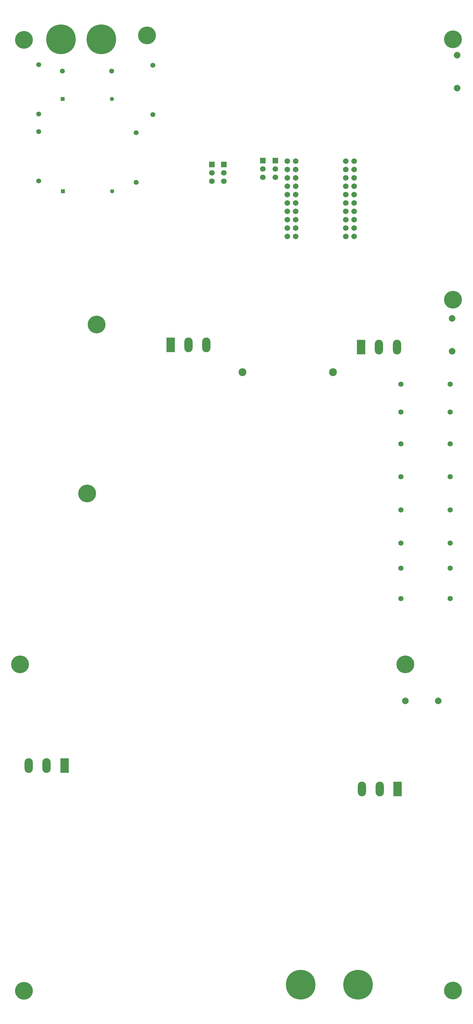
<source format=gbs>
G04 #@! TF.GenerationSoftware,KiCad,Pcbnew,9.0.3*
G04 #@! TF.CreationDate,2025-10-06T17:39:24+02:00*
G04 #@! TF.ProjectId,LLC_DCDC_V3,4c4c435f-4443-4444-935f-56332e6b6963,rev?*
G04 #@! TF.SameCoordinates,Original*
G04 #@! TF.FileFunction,Soldermask,Bot*
G04 #@! TF.FilePolarity,Negative*
%FSLAX46Y46*%
G04 Gerber Fmt 4.6, Leading zero omitted, Abs format (unit mm)*
G04 Created by KiCad (PCBNEW 9.0.3) date 2025-10-06 17:39:24*
%MOMM*%
%LPD*%
G01*
G04 APERTURE LIST*
%ADD10C,0.800000*%
%ADD11C,5.400000*%
%ADD12R,2.500000X4.500000*%
%ADD13O,2.500000X4.500000*%
%ADD14C,1.604000*%
%ADD15R,1.700000X1.700000*%
%ADD16C,1.700000*%
%ADD17C,1.500000*%
%ADD18R,1.300000X1.300000*%
%ADD19C,1.300000*%
%ADD20C,0.900000*%
%ADD21C,9.000000*%
%ADD22C,2.400000*%
%ADD23C,2.000000*%
%ADD24C,1.712000*%
G04 APERTURE END LIST*
D10*
X80598109Y-56443109D03*
X80598109Y-59306891D03*
X82030000Y-55850000D03*
D11*
X82030000Y-57875000D03*
X82030000Y-57875000D03*
D10*
X82030000Y-59900000D03*
X83461891Y-56443109D03*
X83461891Y-59306891D03*
X84055000Y-57875000D03*
X117425000Y-56465000D03*
X118018109Y-55033109D03*
X118018109Y-57896891D03*
X119450000Y-54440000D03*
D11*
X119450000Y-56465000D03*
D10*
X119450000Y-58490000D03*
X120881891Y-55033109D03*
X120881891Y-57896891D03*
X121475000Y-56465000D03*
D12*
X184540000Y-151165000D03*
D13*
X189990000Y-151165000D03*
X195440000Y-151165000D03*
D14*
X196670000Y-210655000D03*
X211670000Y-210655000D03*
D15*
X139190000Y-95712500D03*
D16*
X139190000Y-98252500D03*
X139190000Y-100792500D03*
D17*
X116170000Y-101075000D03*
X116170000Y-86075000D03*
D10*
X210485000Y-57645000D03*
X211078109Y-56213109D03*
X211078109Y-59076891D03*
X212510000Y-55620000D03*
D11*
X212510000Y-57645000D03*
D10*
X212510000Y-59670000D03*
X213941891Y-56213109D03*
X213941891Y-59076891D03*
X214535000Y-57645000D03*
D14*
X196670000Y-170845000D03*
X211670000Y-170845000D03*
X196670000Y-190555000D03*
X211670000Y-190555000D03*
D12*
X195675000Y-285335000D03*
D13*
X190225000Y-285335000D03*
X184775000Y-285335000D03*
D14*
X196670000Y-200605000D03*
X211670000Y-200605000D03*
D18*
X93800000Y-75785000D03*
D19*
X108800000Y-75785000D03*
D10*
X195975000Y-247460000D03*
X196568109Y-246028109D03*
X196568109Y-248891891D03*
X198000000Y-245435000D03*
D11*
X198000000Y-247460000D03*
D10*
X198000000Y-249485000D03*
X199431891Y-246028109D03*
X199431891Y-248891891D03*
X200025000Y-247460000D03*
D17*
X93670000Y-67345000D03*
X108670000Y-67345000D03*
D15*
X154710000Y-94492500D03*
D16*
X154710000Y-97032500D03*
X154710000Y-99572500D03*
D20*
X89903000Y-57660000D03*
X90891515Y-55273515D03*
X90891515Y-60046485D03*
X93278000Y-54285000D03*
D21*
X93278000Y-57660000D03*
D20*
X93278000Y-61035000D03*
X95664485Y-55273515D03*
X95664485Y-60046485D03*
X96653000Y-57660000D03*
D14*
X196670000Y-227505000D03*
X211670000Y-227505000D03*
X196670000Y-162385000D03*
X211670000Y-162385000D03*
D22*
X148530000Y-158795000D03*
X176030000Y-158795000D03*
D23*
X212210000Y-142455000D03*
X212210000Y-152455000D03*
D10*
X79990000Y-346615000D03*
X80583109Y-345183109D03*
X80583109Y-348046891D03*
X82015000Y-344590000D03*
D11*
X82015000Y-346615000D03*
D10*
X82015000Y-348640000D03*
X83446891Y-345183109D03*
X83446891Y-348046891D03*
X84040000Y-346615000D03*
X102065000Y-144250000D03*
X102658109Y-142818109D03*
X102658109Y-145681891D03*
X104090000Y-142225000D03*
D11*
X104090000Y-144250000D03*
D10*
X104090000Y-146275000D03*
X105521891Y-142818109D03*
X105521891Y-145681891D03*
X106115000Y-144250000D03*
D12*
X126610000Y-150475000D03*
D13*
X132060000Y-150475000D03*
X137510000Y-150475000D03*
D23*
X213770000Y-62495000D03*
X213770000Y-72495000D03*
D17*
X121200000Y-65515000D03*
X121200000Y-80515000D03*
D20*
X180241485Y-344791485D03*
X181230000Y-342405000D03*
X181230000Y-347177970D03*
X183616485Y-341416485D03*
D21*
X183616485Y-344791485D03*
D20*
X183616485Y-348166485D03*
X186002970Y-342405000D03*
X186002970Y-347177970D03*
X186991485Y-344791485D03*
D12*
X94370000Y-278265000D03*
D13*
X88920000Y-278265000D03*
X83470000Y-278265000D03*
D10*
X210485000Y-136775000D03*
X211078109Y-135343109D03*
X211078109Y-138206891D03*
X212510000Y-134750000D03*
D11*
X212510000Y-136775000D03*
D10*
X212510000Y-138800000D03*
X213941891Y-135343109D03*
X213941891Y-138206891D03*
X214535000Y-136775000D03*
D17*
X86474000Y-85727000D03*
X86474000Y-100727000D03*
D10*
X78845000Y-247460000D03*
X79438109Y-246028109D03*
X79438109Y-248891891D03*
X80870000Y-245435000D03*
D11*
X80870000Y-247460000D03*
D10*
X80870000Y-249485000D03*
X82301891Y-246028109D03*
X82301891Y-248891891D03*
X82895000Y-247460000D03*
D18*
X93890000Y-103785000D03*
D19*
X108890000Y-103785000D03*
D24*
X162150000Y-94635000D03*
X162150000Y-97175000D03*
X162150000Y-99715000D03*
X162150000Y-102255000D03*
X162150000Y-104795000D03*
X162150000Y-107335000D03*
X162150000Y-109875000D03*
X162150000Y-112415000D03*
X162150000Y-114955000D03*
X162150000Y-117495000D03*
X164690000Y-94635000D03*
X164690000Y-97175000D03*
X164690000Y-99715000D03*
X164690000Y-102255000D03*
X164690000Y-104795000D03*
X164690000Y-107335000D03*
X164690000Y-109875000D03*
X164690000Y-112415000D03*
X164690000Y-114955000D03*
X164690000Y-117495000D03*
X179930000Y-94635000D03*
X179930000Y-97175000D03*
X179930000Y-99715000D03*
X179930000Y-102255000D03*
X179930000Y-104795000D03*
X179930000Y-107335000D03*
X179930000Y-109875000D03*
X179930000Y-112415000D03*
X179930000Y-114955000D03*
X179930000Y-117495000D03*
X182470000Y-94635000D03*
X182470000Y-97175000D03*
X182470000Y-99715000D03*
X182470000Y-102255000D03*
X182470000Y-104795000D03*
X182470000Y-107335000D03*
X182470000Y-109875000D03*
X182470000Y-112415000D03*
X182470000Y-114955000D03*
X182470000Y-117495000D03*
D14*
X196670000Y-180505000D03*
X211670000Y-180505000D03*
D10*
X99256891Y-195635000D03*
X99850000Y-194203109D03*
X99850000Y-197066891D03*
X101281891Y-193610000D03*
D11*
X101281891Y-195635000D03*
D10*
X101281891Y-197660000D03*
X102713782Y-194203109D03*
X102713782Y-197066891D03*
X103306891Y-195635000D03*
D20*
X102149000Y-57660000D03*
X103137515Y-55273515D03*
X103137515Y-60046485D03*
X105524000Y-54285000D03*
D21*
X105524000Y-57660000D03*
D20*
X105524000Y-61035000D03*
X107910485Y-55273515D03*
X107910485Y-60046485D03*
X108899000Y-57660000D03*
D17*
X86474000Y-80400000D03*
X86474000Y-65400000D03*
D20*
X162791485Y-344791485D03*
X163780000Y-342405000D03*
X163780000Y-347177970D03*
X166166485Y-341416485D03*
D21*
X166166485Y-344791485D03*
D20*
X166166485Y-348166485D03*
X168552970Y-342405000D03*
X168552970Y-347177970D03*
X169541485Y-344791485D03*
D10*
X210476891Y-346536891D03*
X211070000Y-345105000D03*
X211070000Y-347968782D03*
X212501891Y-344511891D03*
D11*
X212501891Y-346536891D03*
D10*
X212501891Y-348561891D03*
X213933782Y-345105000D03*
X213933782Y-347968782D03*
X214526891Y-346536891D03*
D15*
X158460000Y-94492500D03*
D16*
X158460000Y-97032500D03*
X158460000Y-99572500D03*
D15*
X142830000Y-95712500D03*
D16*
X142830000Y-98252500D03*
X142830000Y-100792500D03*
D14*
X196670000Y-218305000D03*
X211670000Y-218305000D03*
D23*
X198030000Y-258600000D03*
X208030000Y-258600000D03*
M02*

</source>
